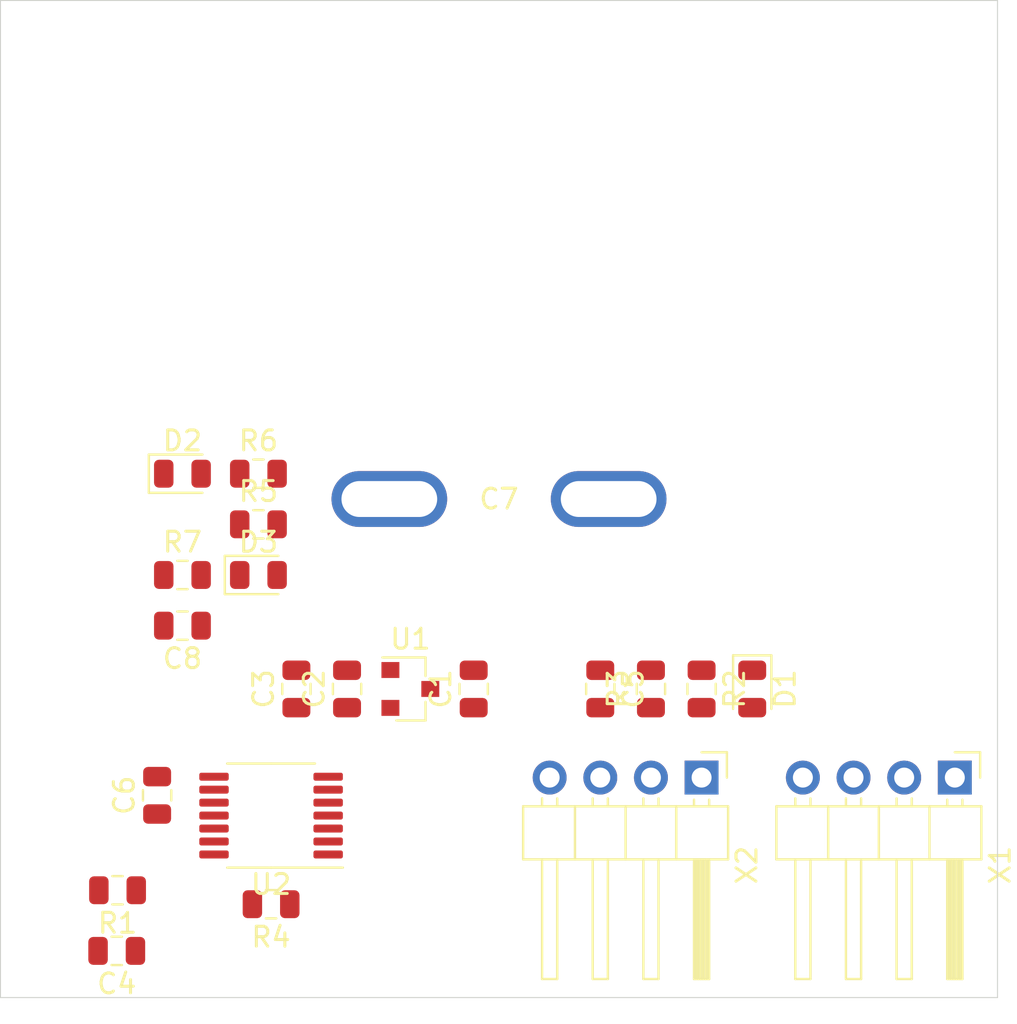
<source format=kicad_pcb>
(kicad_pcb (version 20171130) (host pcbnew "(5.1.5)-3")

  (general
    (thickness 1.6)
    (drawings 4)
    (tracks 0)
    (zones 0)
    (modules 22)
    (nets 19)
  )

  (page A4)
  (layers
    (0 F.Cu signal)
    (31 B.Cu signal)
    (32 B.Adhes user)
    (33 F.Adhes user)
    (34 B.Paste user)
    (35 F.Paste user)
    (36 B.SilkS user)
    (37 F.SilkS user)
    (38 B.Mask user)
    (39 F.Mask user)
    (40 Dwgs.User user)
    (41 Cmts.User user)
    (42 Eco1.User user)
    (43 Eco2.User user)
    (44 Edge.Cuts user)
    (45 Margin user)
    (46 B.CrtYd user)
    (47 F.CrtYd user)
    (48 B.Fab user)
    (49 F.Fab user)
  )

  (setup
    (last_trace_width 0.25)
    (trace_clearance 0.2)
    (zone_clearance 0.508)
    (zone_45_only no)
    (trace_min 0.2)
    (via_size 0.8)
    (via_drill 0.4)
    (via_min_size 0.4)
    (via_min_drill 0.3)
    (uvia_size 0.3)
    (uvia_drill 0.1)
    (uvias_allowed no)
    (uvia_min_size 0.2)
    (uvia_min_drill 0.1)
    (edge_width 0.05)
    (segment_width 0.2)
    (pcb_text_width 0.3)
    (pcb_text_size 1.5 1.5)
    (mod_edge_width 0.12)
    (mod_text_size 1 1)
    (mod_text_width 0.15)
    (pad_size 1.524 1.524)
    (pad_drill 0.762)
    (pad_to_mask_clearance 0.051)
    (solder_mask_min_width 0.25)
    (aux_axis_origin 0 0)
    (grid_origin 150 95)
    (visible_elements 7FFFFFFF)
    (pcbplotparams
      (layerselection 0x010fc_ffffffff)
      (usegerberextensions false)
      (usegerberattributes false)
      (usegerberadvancedattributes false)
      (creategerberjobfile false)
      (excludeedgelayer true)
      (linewidth 0.100000)
      (plotframeref false)
      (viasonmask false)
      (mode 1)
      (useauxorigin false)
      (hpglpennumber 1)
      (hpglpenspeed 20)
      (hpglpendiameter 15.000000)
      (psnegative false)
      (psa4output false)
      (plotreference true)
      (plotvalue true)
      (plotinvisibletext false)
      (padsonsilk false)
      (subtractmaskfromsilk false)
      (outputformat 1)
      (mirror false)
      (drillshape 1)
      (scaleselection 1)
      (outputdirectory ""))
  )

  (net 0 "")
  (net 1 GND)
  (net 2 VDD)
  (net 3 /SYS_SWCLK)
  (net 4 /SYS_SWDIO)
  (net 5 /LPUART1_TX)
  (net 6 /LPUART1_RX)
  (net 7 VDC)
  (net 8 "Net-(U2-Pad2)")
  (net 9 "Net-(U2-Pad7)")
  (net 10 "Net-(U2-Pad12)")
  (net 11 /~RST)
  (net 12 /GPIO_EXTI15)
  (net 13 "Net-(C7-Pad1)")
  (net 14 /ADC_IN7)
  (net 15 /Vext)
  (net 16 "Net-(D2-Pad2)")
  (net 17 /RCC_MCO)
  (net 18 "Net-(R4-Pad1)")

  (net_class Default "This is the default net class."
    (clearance 0.2)
    (trace_width 0.25)
    (via_dia 0.8)
    (via_drill 0.4)
    (uvia_dia 0.3)
    (uvia_drill 0.1)
    (add_net /ADC_IN7)
    (add_net /GPIO_EXTI15)
    (add_net /LPUART1_RX)
    (add_net /LPUART1_TX)
    (add_net /RCC_MCO)
    (add_net /SYS_SWCLK)
    (add_net /SYS_SWDIO)
    (add_net /Vext)
    (add_net /~RST)
    (add_net GND)
    (add_net "Net-(C7-Pad1)")
    (add_net "Net-(D2-Pad2)")
    (add_net "Net-(R4-Pad1)")
    (add_net "Net-(U2-Pad12)")
    (add_net "Net-(U2-Pad2)")
    (add_net "Net-(U2-Pad7)")
    (add_net VDC)
    (add_net VDD)
  )

  (module Resistor_SMD:R_0805_2012Metric (layer F.Cu) (tedit 5B36C52B) (tstamp 5E852A27)
    (at 134.125 98.81)
    (descr "Resistor SMD 0805 (2012 Metric), square (rectangular) end terminal, IPC_7351 nominal, (Body size source: https://docs.google.com/spreadsheets/d/1BsfQQcO9C6DZCsRaXUlFlo91Tg2WpOkGARC1WS5S8t0/edit?usp=sharing), generated with kicad-footprint-generator")
    (tags resistor)
    (path /5E85872B)
    (attr smd)
    (fp_text reference R7 (at 0 -1.65) (layer F.SilkS)
      (effects (font (size 1 1) (thickness 0.15)))
    )
    (fp_text value ? (at 0 1.65) (layer F.Fab)
      (effects (font (size 1 1) (thickness 0.15)))
    )
    (fp_text user %R (at 0 0) (layer F.Fab)
      (effects (font (size 0.5 0.5) (thickness 0.08)))
    )
    (fp_line (start 1.68 0.95) (end -1.68 0.95) (layer F.CrtYd) (width 0.05))
    (fp_line (start 1.68 -0.95) (end 1.68 0.95) (layer F.CrtYd) (width 0.05))
    (fp_line (start -1.68 -0.95) (end 1.68 -0.95) (layer F.CrtYd) (width 0.05))
    (fp_line (start -1.68 0.95) (end -1.68 -0.95) (layer F.CrtYd) (width 0.05))
    (fp_line (start -0.258578 0.71) (end 0.258578 0.71) (layer F.SilkS) (width 0.12))
    (fp_line (start -0.258578 -0.71) (end 0.258578 -0.71) (layer F.SilkS) (width 0.12))
    (fp_line (start 1 0.6) (end -1 0.6) (layer F.Fab) (width 0.1))
    (fp_line (start 1 -0.6) (end 1 0.6) (layer F.Fab) (width 0.1))
    (fp_line (start -1 -0.6) (end 1 -0.6) (layer F.Fab) (width 0.1))
    (fp_line (start -1 0.6) (end -1 -0.6) (layer F.Fab) (width 0.1))
    (pad 2 smd roundrect (at 0.9375 0) (size 0.975 1.4) (layers F.Cu F.Paste F.Mask) (roundrect_rratio 0.25)
      (net 14 /ADC_IN7))
    (pad 1 smd roundrect (at -0.9375 0) (size 0.975 1.4) (layers F.Cu F.Paste F.Mask) (roundrect_rratio 0.25)
      (net 1 GND))
    (model ${KISYS3DMOD}/Resistor_SMD.3dshapes/R_0805_2012Metric.wrl
      (at (xyz 0 0 0))
      (scale (xyz 1 1 1))
      (rotate (xyz 0 0 0))
    )
  )

  (module Resistor_SMD:R_0805_2012Metric (layer F.Cu) (tedit 5B36C52B) (tstamp 5E851F86)
    (at 137.935 93.73)
    (descr "Resistor SMD 0805 (2012 Metric), square (rectangular) end terminal, IPC_7351 nominal, (Body size source: https://docs.google.com/spreadsheets/d/1BsfQQcO9C6DZCsRaXUlFlo91Tg2WpOkGARC1WS5S8t0/edit?usp=sharing), generated with kicad-footprint-generator")
    (tags resistor)
    (path /5E857622)
    (attr smd)
    (fp_text reference R6 (at 0 -1.65) (layer F.SilkS)
      (effects (font (size 1 1) (thickness 0.15)))
    )
    (fp_text value ? (at 0 1.65) (layer F.Fab)
      (effects (font (size 1 1) (thickness 0.15)))
    )
    (fp_text user %R (at 0 0) (layer F.Fab)
      (effects (font (size 0.5 0.5) (thickness 0.08)))
    )
    (fp_line (start 1.68 0.95) (end -1.68 0.95) (layer F.CrtYd) (width 0.05))
    (fp_line (start 1.68 -0.95) (end 1.68 0.95) (layer F.CrtYd) (width 0.05))
    (fp_line (start -1.68 -0.95) (end 1.68 -0.95) (layer F.CrtYd) (width 0.05))
    (fp_line (start -1.68 0.95) (end -1.68 -0.95) (layer F.CrtYd) (width 0.05))
    (fp_line (start -0.258578 0.71) (end 0.258578 0.71) (layer F.SilkS) (width 0.12))
    (fp_line (start -0.258578 -0.71) (end 0.258578 -0.71) (layer F.SilkS) (width 0.12))
    (fp_line (start 1 0.6) (end -1 0.6) (layer F.Fab) (width 0.1))
    (fp_line (start 1 -0.6) (end 1 0.6) (layer F.Fab) (width 0.1))
    (fp_line (start -1 -0.6) (end 1 -0.6) (layer F.Fab) (width 0.1))
    (fp_line (start -1 0.6) (end -1 -0.6) (layer F.Fab) (width 0.1))
    (pad 2 smd roundrect (at 0.9375 0) (size 0.975 1.4) (layers F.Cu F.Paste F.Mask) (roundrect_rratio 0.25)
      (net 13 "Net-(C7-Pad1)"))
    (pad 1 smd roundrect (at -0.9375 0) (size 0.975 1.4) (layers F.Cu F.Paste F.Mask) (roundrect_rratio 0.25)
      (net 16 "Net-(D2-Pad2)"))
    (model ${KISYS3DMOD}/Resistor_SMD.3dshapes/R_0805_2012Metric.wrl
      (at (xyz 0 0 0))
      (scale (xyz 1 1 1))
      (rotate (xyz 0 0 0))
    )
  )

  (module Resistor_SMD:R_0805_2012Metric (layer F.Cu) (tedit 5B36C52B) (tstamp 5E851BF2)
    (at 137.935 96.27)
    (descr "Resistor SMD 0805 (2012 Metric), square (rectangular) end terminal, IPC_7351 nominal, (Body size source: https://docs.google.com/spreadsheets/d/1BsfQQcO9C6DZCsRaXUlFlo91Tg2WpOkGARC1WS5S8t0/edit?usp=sharing), generated with kicad-footprint-generator")
    (tags resistor)
    (path /5E856794)
    (attr smd)
    (fp_text reference R5 (at 0 -1.65) (layer F.SilkS)
      (effects (font (size 1 1) (thickness 0.15)))
    )
    (fp_text value ? (at 0 1.65) (layer F.Fab)
      (effects (font (size 1 1) (thickness 0.15)))
    )
    (fp_text user %R (at 0 0) (layer F.Fab)
      (effects (font (size 0.5 0.5) (thickness 0.08)))
    )
    (fp_line (start 1.68 0.95) (end -1.68 0.95) (layer F.CrtYd) (width 0.05))
    (fp_line (start 1.68 -0.95) (end 1.68 0.95) (layer F.CrtYd) (width 0.05))
    (fp_line (start -1.68 -0.95) (end 1.68 -0.95) (layer F.CrtYd) (width 0.05))
    (fp_line (start -1.68 0.95) (end -1.68 -0.95) (layer F.CrtYd) (width 0.05))
    (fp_line (start -0.258578 0.71) (end 0.258578 0.71) (layer F.SilkS) (width 0.12))
    (fp_line (start -0.258578 -0.71) (end 0.258578 -0.71) (layer F.SilkS) (width 0.12))
    (fp_line (start 1 0.6) (end -1 0.6) (layer F.Fab) (width 0.1))
    (fp_line (start 1 -0.6) (end 1 0.6) (layer F.Fab) (width 0.1))
    (fp_line (start -1 -0.6) (end 1 -0.6) (layer F.Fab) (width 0.1))
    (fp_line (start -1 0.6) (end -1 -0.6) (layer F.Fab) (width 0.1))
    (pad 2 smd roundrect (at 0.9375 0) (size 0.975 1.4) (layers F.Cu F.Paste F.Mask) (roundrect_rratio 0.25)
      (net 13 "Net-(C7-Pad1)"))
    (pad 1 smd roundrect (at -0.9375 0) (size 0.975 1.4) (layers F.Cu F.Paste F.Mask) (roundrect_rratio 0.25)
      (net 17 /RCC_MCO))
    (model ${KISYS3DMOD}/Resistor_SMD.3dshapes/R_0805_2012Metric.wrl
      (at (xyz 0 0 0))
      (scale (xyz 1 1 1))
      (rotate (xyz 0 0 0))
    )
  )

  (module Resistor_SMD:R_0805_2012Metric (layer F.Cu) (tedit 5B36C52B) (tstamp 5E851086)
    (at 138.57 115.32 180)
    (descr "Resistor SMD 0805 (2012 Metric), square (rectangular) end terminal, IPC_7351 nominal, (Body size source: https://docs.google.com/spreadsheets/d/1BsfQQcO9C6DZCsRaXUlFlo91Tg2WpOkGARC1WS5S8t0/edit?usp=sharing), generated with kicad-footprint-generator")
    (tags resistor)
    (path /5E8B3C11)
    (attr smd)
    (fp_text reference R4 (at 0 -1.65) (layer F.SilkS)
      (effects (font (size 1 1) (thickness 0.15)))
    )
    (fp_text value 0R (at 0 1.65) (layer F.Fab)
      (effects (font (size 1 1) (thickness 0.15)))
    )
    (fp_text user %R (at 0 0) (layer F.Fab)
      (effects (font (size 0.5 0.5) (thickness 0.08)))
    )
    (fp_line (start 1.68 0.95) (end -1.68 0.95) (layer F.CrtYd) (width 0.05))
    (fp_line (start 1.68 -0.95) (end 1.68 0.95) (layer F.CrtYd) (width 0.05))
    (fp_line (start -1.68 -0.95) (end 1.68 -0.95) (layer F.CrtYd) (width 0.05))
    (fp_line (start -1.68 0.95) (end -1.68 -0.95) (layer F.CrtYd) (width 0.05))
    (fp_line (start -0.258578 0.71) (end 0.258578 0.71) (layer F.SilkS) (width 0.12))
    (fp_line (start -0.258578 -0.71) (end 0.258578 -0.71) (layer F.SilkS) (width 0.12))
    (fp_line (start 1 0.6) (end -1 0.6) (layer F.Fab) (width 0.1))
    (fp_line (start 1 -0.6) (end 1 0.6) (layer F.Fab) (width 0.1))
    (fp_line (start -1 -0.6) (end 1 -0.6) (layer F.Fab) (width 0.1))
    (fp_line (start -1 0.6) (end -1 -0.6) (layer F.Fab) (width 0.1))
    (pad 2 smd roundrect (at 0.9375 0 180) (size 0.975 1.4) (layers F.Cu F.Paste F.Mask) (roundrect_rratio 0.25)
      (net 1 GND))
    (pad 1 smd roundrect (at -0.9375 0 180) (size 0.975 1.4) (layers F.Cu F.Paste F.Mask) (roundrect_rratio 0.25)
      (net 18 "Net-(R4-Pad1)"))
    (model ${KISYS3DMOD}/Resistor_SMD.3dshapes/R_0805_2012Metric.wrl
      (at (xyz 0 0 0))
      (scale (xyz 1 1 1))
      (rotate (xyz 0 0 0))
    )
  )

  (module Resistor_SMD:R_0805_2012Metric (layer F.Cu) (tedit 5B36C52B) (tstamp 5E8522C6)
    (at 157.62 104.525 90)
    (descr "Resistor SMD 0805 (2012 Metric), square (rectangular) end terminal, IPC_7351 nominal, (Body size source: https://docs.google.com/spreadsheets/d/1BsfQQcO9C6DZCsRaXUlFlo91Tg2WpOkGARC1WS5S8t0/edit?usp=sharing), generated with kicad-footprint-generator")
    (tags resistor)
    (path /5E87BE95)
    (attr smd)
    (fp_text reference R3 (at 0 -1.65 90) (layer F.SilkS)
      (effects (font (size 1 1) (thickness 0.15)))
    )
    (fp_text value ? (at 0 1.65 90) (layer F.Fab)
      (effects (font (size 1 1) (thickness 0.15)))
    )
    (fp_text user %R (at 0 0 90) (layer F.Fab)
      (effects (font (size 0.5 0.5) (thickness 0.08)))
    )
    (fp_line (start 1.68 0.95) (end -1.68 0.95) (layer F.CrtYd) (width 0.05))
    (fp_line (start 1.68 -0.95) (end 1.68 0.95) (layer F.CrtYd) (width 0.05))
    (fp_line (start -1.68 -0.95) (end 1.68 -0.95) (layer F.CrtYd) (width 0.05))
    (fp_line (start -1.68 0.95) (end -1.68 -0.95) (layer F.CrtYd) (width 0.05))
    (fp_line (start -0.258578 0.71) (end 0.258578 0.71) (layer F.SilkS) (width 0.12))
    (fp_line (start -0.258578 -0.71) (end 0.258578 -0.71) (layer F.SilkS) (width 0.12))
    (fp_line (start 1 0.6) (end -1 0.6) (layer F.Fab) (width 0.1))
    (fp_line (start 1 -0.6) (end 1 0.6) (layer F.Fab) (width 0.1))
    (fp_line (start -1 -0.6) (end 1 -0.6) (layer F.Fab) (width 0.1))
    (fp_line (start -1 0.6) (end -1 -0.6) (layer F.Fab) (width 0.1))
    (pad 2 smd roundrect (at 0.9375 0 90) (size 0.975 1.4) (layers F.Cu F.Paste F.Mask) (roundrect_rratio 0.25)
      (net 12 /GPIO_EXTI15))
    (pad 1 smd roundrect (at -0.9375 0 90) (size 0.975 1.4) (layers F.Cu F.Paste F.Mask) (roundrect_rratio 0.25)
      (net 1 GND))
    (model ${KISYS3DMOD}/Resistor_SMD.3dshapes/R_0805_2012Metric.wrl
      (at (xyz 0 0 0))
      (scale (xyz 1 1 1))
      (rotate (xyz 0 0 0))
    )
  )

  (module Resistor_SMD:R_0805_2012Metric (layer F.Cu) (tedit 5B36C52B) (tstamp 5E85232C)
    (at 160.16 104.525 270)
    (descr "Resistor SMD 0805 (2012 Metric), square (rectangular) end terminal, IPC_7351 nominal, (Body size source: https://docs.google.com/spreadsheets/d/1BsfQQcO9C6DZCsRaXUlFlo91Tg2WpOkGARC1WS5S8t0/edit?usp=sharing), generated with kicad-footprint-generator")
    (tags resistor)
    (path /5E87CA1A)
    (attr smd)
    (fp_text reference R2 (at 0 -1.65 90) (layer F.SilkS)
      (effects (font (size 1 1) (thickness 0.15)))
    )
    (fp_text value ? (at 0 1.65 90) (layer F.Fab)
      (effects (font (size 1 1) (thickness 0.15)))
    )
    (fp_text user %R (at 0 0 90) (layer F.Fab)
      (effects (font (size 0.5 0.5) (thickness 0.08)))
    )
    (fp_line (start 1.68 0.95) (end -1.68 0.95) (layer F.CrtYd) (width 0.05))
    (fp_line (start 1.68 -0.95) (end 1.68 0.95) (layer F.CrtYd) (width 0.05))
    (fp_line (start -1.68 -0.95) (end 1.68 -0.95) (layer F.CrtYd) (width 0.05))
    (fp_line (start -1.68 0.95) (end -1.68 -0.95) (layer F.CrtYd) (width 0.05))
    (fp_line (start -0.258578 0.71) (end 0.258578 0.71) (layer F.SilkS) (width 0.12))
    (fp_line (start -0.258578 -0.71) (end 0.258578 -0.71) (layer F.SilkS) (width 0.12))
    (fp_line (start 1 0.6) (end -1 0.6) (layer F.Fab) (width 0.1))
    (fp_line (start 1 -0.6) (end 1 0.6) (layer F.Fab) (width 0.1))
    (fp_line (start -1 -0.6) (end 1 -0.6) (layer F.Fab) (width 0.1))
    (fp_line (start -1 0.6) (end -1 -0.6) (layer F.Fab) (width 0.1))
    (pad 2 smd roundrect (at 0.9375 0 270) (size 0.975 1.4) (layers F.Cu F.Paste F.Mask) (roundrect_rratio 0.25)
      (net 15 /Vext))
    (pad 1 smd roundrect (at -0.9375 0 270) (size 0.975 1.4) (layers F.Cu F.Paste F.Mask) (roundrect_rratio 0.25)
      (net 12 /GPIO_EXTI15))
    (model ${KISYS3DMOD}/Resistor_SMD.3dshapes/R_0805_2012Metric.wrl
      (at (xyz 0 0 0))
      (scale (xyz 1 1 1))
      (rotate (xyz 0 0 0))
    )
  )

  (module Resistor_SMD:R_0805_2012Metric (layer F.Cu) (tedit 5B36C52B) (tstamp 5E851053)
    (at 130.87 114.62 180)
    (descr "Resistor SMD 0805 (2012 Metric), square (rectangular) end terminal, IPC_7351 nominal, (Body size source: https://docs.google.com/spreadsheets/d/1BsfQQcO9C6DZCsRaXUlFlo91Tg2WpOkGARC1WS5S8t0/edit?usp=sharing), generated with kicad-footprint-generator")
    (tags resistor)
    (path /5E8A7BB0)
    (attr smd)
    (fp_text reference R1 (at 0 -1.65) (layer F.SilkS)
      (effects (font (size 1 1) (thickness 0.15)))
    )
    (fp_text value 100K (at 0 1.65) (layer F.Fab)
      (effects (font (size 1 1) (thickness 0.15)))
    )
    (fp_text user %R (at 0 0) (layer F.Fab)
      (effects (font (size 0.5 0.5) (thickness 0.08)))
    )
    (fp_line (start 1.68 0.95) (end -1.68 0.95) (layer F.CrtYd) (width 0.05))
    (fp_line (start 1.68 -0.95) (end 1.68 0.95) (layer F.CrtYd) (width 0.05))
    (fp_line (start -1.68 -0.95) (end 1.68 -0.95) (layer F.CrtYd) (width 0.05))
    (fp_line (start -1.68 0.95) (end -1.68 -0.95) (layer F.CrtYd) (width 0.05))
    (fp_line (start -0.258578 0.71) (end 0.258578 0.71) (layer F.SilkS) (width 0.12))
    (fp_line (start -0.258578 -0.71) (end 0.258578 -0.71) (layer F.SilkS) (width 0.12))
    (fp_line (start 1 0.6) (end -1 0.6) (layer F.Fab) (width 0.1))
    (fp_line (start 1 -0.6) (end 1 0.6) (layer F.Fab) (width 0.1))
    (fp_line (start -1 -0.6) (end 1 -0.6) (layer F.Fab) (width 0.1))
    (fp_line (start -1 0.6) (end -1 -0.6) (layer F.Fab) (width 0.1))
    (pad 2 smd roundrect (at 0.9375 0 180) (size 0.975 1.4) (layers F.Cu F.Paste F.Mask) (roundrect_rratio 0.25)
      (net 2 VDD))
    (pad 1 smd roundrect (at -0.9375 0 180) (size 0.975 1.4) (layers F.Cu F.Paste F.Mask) (roundrect_rratio 0.25)
      (net 11 /~RST))
    (model ${KISYS3DMOD}/Resistor_SMD.3dshapes/R_0805_2012Metric.wrl
      (at (xyz 0 0 0))
      (scale (xyz 1 1 1))
      (rotate (xyz 0 0 0))
    )
  )

  (module Diode_SMD:D_0805_2012Metric (layer F.Cu) (tedit 5B36C52B) (tstamp 5E8529F3)
    (at 137.935 98.81)
    (descr "Diode SMD 0805 (2012 Metric), square (rectangular) end terminal, IPC_7351 nominal, (Body size source: https://docs.google.com/spreadsheets/d/1BsfQQcO9C6DZCsRaXUlFlo91Tg2WpOkGARC1WS5S8t0/edit?usp=sharing), generated with kicad-footprint-generator")
    (tags diode)
    (path /5E85FB21)
    (attr smd)
    (fp_text reference D3 (at 0 -1.65) (layer F.SilkS)
      (effects (font (size 1 1) (thickness 0.15)))
    )
    (fp_text value TS4148RYG (at 0 1.65) (layer F.Fab)
      (effects (font (size 1 1) (thickness 0.15)))
    )
    (fp_text user %R (at 0 0) (layer F.Fab)
      (effects (font (size 0.5 0.5) (thickness 0.08)))
    )
    (fp_line (start 1.68 0.95) (end -1.68 0.95) (layer F.CrtYd) (width 0.05))
    (fp_line (start 1.68 -0.95) (end 1.68 0.95) (layer F.CrtYd) (width 0.05))
    (fp_line (start -1.68 -0.95) (end 1.68 -0.95) (layer F.CrtYd) (width 0.05))
    (fp_line (start -1.68 0.95) (end -1.68 -0.95) (layer F.CrtYd) (width 0.05))
    (fp_line (start -1.685 0.96) (end 1 0.96) (layer F.SilkS) (width 0.12))
    (fp_line (start -1.685 -0.96) (end -1.685 0.96) (layer F.SilkS) (width 0.12))
    (fp_line (start 1 -0.96) (end -1.685 -0.96) (layer F.SilkS) (width 0.12))
    (fp_line (start 1 0.6) (end 1 -0.6) (layer F.Fab) (width 0.1))
    (fp_line (start -1 0.6) (end 1 0.6) (layer F.Fab) (width 0.1))
    (fp_line (start -1 -0.3) (end -1 0.6) (layer F.Fab) (width 0.1))
    (fp_line (start -0.7 -0.6) (end -1 -0.3) (layer F.Fab) (width 0.1))
    (fp_line (start 1 -0.6) (end -0.7 -0.6) (layer F.Fab) (width 0.1))
    (pad 2 smd roundrect (at 0.9375 0) (size 0.975 1.4) (layers F.Cu F.Paste F.Mask) (roundrect_rratio 0.25)
      (net 13 "Net-(C7-Pad1)"))
    (pad 1 smd roundrect (at -0.9375 0) (size 0.975 1.4) (layers F.Cu F.Paste F.Mask) (roundrect_rratio 0.25)
      (net 14 /ADC_IN7))
    (model ${KISYS3DMOD}/Diode_SMD.3dshapes/D_0805_2012Metric.wrl
      (at (xyz 0 0 0))
      (scale (xyz 1 1 1))
      (rotate (xyz 0 0 0))
    )
  )

  (module Diode_SMD:D_0805_2012Metric (layer F.Cu) (tedit 5B36C52B) (tstamp 5E85102F)
    (at 134.125 93.73)
    (descr "Diode SMD 0805 (2012 Metric), square (rectangular) end terminal, IPC_7351 nominal, (Body size source: https://docs.google.com/spreadsheets/d/1BsfQQcO9C6DZCsRaXUlFlo91Tg2WpOkGARC1WS5S8t0/edit?usp=sharing), generated with kicad-footprint-generator")
    (tags diode)
    (path /5E860C7B)
    (attr smd)
    (fp_text reference D2 (at 0 -1.65) (layer F.SilkS)
      (effects (font (size 1 1) (thickness 0.15)))
    )
    (fp_text value TS4148RYG (at 0 1.65) (layer F.Fab)
      (effects (font (size 1 1) (thickness 0.15)))
    )
    (fp_text user %R (at 0 0) (layer F.Fab)
      (effects (font (size 0.5 0.5) (thickness 0.08)))
    )
    (fp_line (start 1.68 0.95) (end -1.68 0.95) (layer F.CrtYd) (width 0.05))
    (fp_line (start 1.68 -0.95) (end 1.68 0.95) (layer F.CrtYd) (width 0.05))
    (fp_line (start -1.68 -0.95) (end 1.68 -0.95) (layer F.CrtYd) (width 0.05))
    (fp_line (start -1.68 0.95) (end -1.68 -0.95) (layer F.CrtYd) (width 0.05))
    (fp_line (start -1.685 0.96) (end 1 0.96) (layer F.SilkS) (width 0.12))
    (fp_line (start -1.685 -0.96) (end -1.685 0.96) (layer F.SilkS) (width 0.12))
    (fp_line (start 1 -0.96) (end -1.685 -0.96) (layer F.SilkS) (width 0.12))
    (fp_line (start 1 0.6) (end 1 -0.6) (layer F.Fab) (width 0.1))
    (fp_line (start -1 0.6) (end 1 0.6) (layer F.Fab) (width 0.1))
    (fp_line (start -1 -0.3) (end -1 0.6) (layer F.Fab) (width 0.1))
    (fp_line (start -0.7 -0.6) (end -1 -0.3) (layer F.Fab) (width 0.1))
    (fp_line (start 1 -0.6) (end -0.7 -0.6) (layer F.Fab) (width 0.1))
    (pad 2 smd roundrect (at 0.9375 0) (size 0.975 1.4) (layers F.Cu F.Paste F.Mask) (roundrect_rratio 0.25)
      (net 16 "Net-(D2-Pad2)"))
    (pad 1 smd roundrect (at -0.9375 0) (size 0.975 1.4) (layers F.Cu F.Paste F.Mask) (roundrect_rratio 0.25)
      (net 17 /RCC_MCO))
    (model ${KISYS3DMOD}/Diode_SMD.3dshapes/D_0805_2012Metric.wrl
      (at (xyz 0 0 0))
      (scale (xyz 1 1 1))
      (rotate (xyz 0 0 0))
    )
  )

  (module Diode_SMD:D_0805_2012Metric (layer F.Cu) (tedit 5B36C52B) (tstamp 5E8522F8)
    (at 162.7 104.525 270)
    (descr "Diode SMD 0805 (2012 Metric), square (rectangular) end terminal, IPC_7351 nominal, (Body size source: https://docs.google.com/spreadsheets/d/1BsfQQcO9C6DZCsRaXUlFlo91Tg2WpOkGARC1WS5S8t0/edit?usp=sharing), generated with kicad-footprint-generator")
    (tags diode)
    (path /5E85F141)
    (attr smd)
    (fp_text reference D1 (at 0 -1.65 90) (layer F.SilkS)
      (effects (font (size 1 1) (thickness 0.15)))
    )
    (fp_text value TS4148RYG (at 0 1.65 90) (layer F.Fab)
      (effects (font (size 1 1) (thickness 0.15)))
    )
    (fp_text user %R (at 0 0 90) (layer F.Fab)
      (effects (font (size 0.5 0.5) (thickness 0.08)))
    )
    (fp_line (start 1.68 0.95) (end -1.68 0.95) (layer F.CrtYd) (width 0.05))
    (fp_line (start 1.68 -0.95) (end 1.68 0.95) (layer F.CrtYd) (width 0.05))
    (fp_line (start -1.68 -0.95) (end 1.68 -0.95) (layer F.CrtYd) (width 0.05))
    (fp_line (start -1.68 0.95) (end -1.68 -0.95) (layer F.CrtYd) (width 0.05))
    (fp_line (start -1.685 0.96) (end 1 0.96) (layer F.SilkS) (width 0.12))
    (fp_line (start -1.685 -0.96) (end -1.685 0.96) (layer F.SilkS) (width 0.12))
    (fp_line (start 1 -0.96) (end -1.685 -0.96) (layer F.SilkS) (width 0.12))
    (fp_line (start 1 0.6) (end 1 -0.6) (layer F.Fab) (width 0.1))
    (fp_line (start -1 0.6) (end 1 0.6) (layer F.Fab) (width 0.1))
    (fp_line (start -1 -0.3) (end -1 0.6) (layer F.Fab) (width 0.1))
    (fp_line (start -0.7 -0.6) (end -1 -0.3) (layer F.Fab) (width 0.1))
    (fp_line (start 1 -0.6) (end -0.7 -0.6) (layer F.Fab) (width 0.1))
    (pad 2 smd roundrect (at 0.9375 0 270) (size 0.975 1.4) (layers F.Cu F.Paste F.Mask) (roundrect_rratio 0.25)
      (net 15 /Vext))
    (pad 1 smd roundrect (at -0.9375 0 270) (size 0.975 1.4) (layers F.Cu F.Paste F.Mask) (roundrect_rratio 0.25)
      (net 7 VDC))
    (model ${KISYS3DMOD}/Diode_SMD.3dshapes/D_0805_2012Metric.wrl
      (at (xyz 0 0 0))
      (scale (xyz 1 1 1))
      (rotate (xyz 0 0 0))
    )
  )

  (module Capacitor_SMD:C_0805_2012Metric (layer F.Cu) (tedit 5B36C52B) (tstamp 5E852A57)
    (at 134.125 101.35 180)
    (descr "Capacitor SMD 0805 (2012 Metric), square (rectangular) end terminal, IPC_7351 nominal, (Body size source: https://docs.google.com/spreadsheets/d/1BsfQQcO9C6DZCsRaXUlFlo91Tg2WpOkGARC1WS5S8t0/edit?usp=sharing), generated with kicad-footprint-generator")
    (tags capacitor)
    (path /5E85568F)
    (attr smd)
    (fp_text reference C8 (at 0 -1.65) (layer F.SilkS)
      (effects (font (size 1 1) (thickness 0.15)))
    )
    (fp_text value 10u_16V (at 0 1.65) (layer F.Fab)
      (effects (font (size 1 1) (thickness 0.15)))
    )
    (fp_text user %R (at 0 0) (layer F.Fab)
      (effects (font (size 0.5 0.5) (thickness 0.08)))
    )
    (fp_line (start 1.68 0.95) (end -1.68 0.95) (layer F.CrtYd) (width 0.05))
    (fp_line (start 1.68 -0.95) (end 1.68 0.95) (layer F.CrtYd) (width 0.05))
    (fp_line (start -1.68 -0.95) (end 1.68 -0.95) (layer F.CrtYd) (width 0.05))
    (fp_line (start -1.68 0.95) (end -1.68 -0.95) (layer F.CrtYd) (width 0.05))
    (fp_line (start -0.258578 0.71) (end 0.258578 0.71) (layer F.SilkS) (width 0.12))
    (fp_line (start -0.258578 -0.71) (end 0.258578 -0.71) (layer F.SilkS) (width 0.12))
    (fp_line (start 1 0.6) (end -1 0.6) (layer F.Fab) (width 0.1))
    (fp_line (start 1 -0.6) (end 1 0.6) (layer F.Fab) (width 0.1))
    (fp_line (start -1 -0.6) (end 1 -0.6) (layer F.Fab) (width 0.1))
    (fp_line (start -1 0.6) (end -1 -0.6) (layer F.Fab) (width 0.1))
    (pad 2 smd roundrect (at 0.9375 0 180) (size 0.975 1.4) (layers F.Cu F.Paste F.Mask) (roundrect_rratio 0.25)
      (net 1 GND))
    (pad 1 smd roundrect (at -0.9375 0 180) (size 0.975 1.4) (layers F.Cu F.Paste F.Mask) (roundrect_rratio 0.25)
      (net 14 /ADC_IN7))
    (model ${KISYS3DMOD}/Capacitor_SMD.3dshapes/C_0805_2012Metric.wrl
      (at (xyz 0 0 0))
      (scale (xyz 1 1 1))
      (rotate (xyz 0 0 0))
    )
  )

  (module Capacitor_SMD:C_0805_2012Metric (layer F.Cu) (tedit 5B36C52B) (tstamp 5E850FE3)
    (at 155.08 104.525 270)
    (descr "Capacitor SMD 0805 (2012 Metric), square (rectangular) end terminal, IPC_7351 nominal, (Body size source: https://docs.google.com/spreadsheets/d/1BsfQQcO9C6DZCsRaXUlFlo91Tg2WpOkGARC1WS5S8t0/edit?usp=sharing), generated with kicad-footprint-generator")
    (tags capacitor)
    (path /5E8C3075)
    (attr smd)
    (fp_text reference C5 (at 0 -1.65 90) (layer F.SilkS)
      (effects (font (size 1 1) (thickness 0.15)))
    )
    (fp_text value 100n_50V (at 0 1.65 90) (layer F.Fab)
      (effects (font (size 1 1) (thickness 0.15)))
    )
    (fp_text user %R (at 0 0 90) (layer F.Fab)
      (effects (font (size 0.5 0.5) (thickness 0.08)))
    )
    (fp_line (start 1.68 0.95) (end -1.68 0.95) (layer F.CrtYd) (width 0.05))
    (fp_line (start 1.68 -0.95) (end 1.68 0.95) (layer F.CrtYd) (width 0.05))
    (fp_line (start -1.68 -0.95) (end 1.68 -0.95) (layer F.CrtYd) (width 0.05))
    (fp_line (start -1.68 0.95) (end -1.68 -0.95) (layer F.CrtYd) (width 0.05))
    (fp_line (start -0.258578 0.71) (end 0.258578 0.71) (layer F.SilkS) (width 0.12))
    (fp_line (start -0.258578 -0.71) (end 0.258578 -0.71) (layer F.SilkS) (width 0.12))
    (fp_line (start 1 0.6) (end -1 0.6) (layer F.Fab) (width 0.1))
    (fp_line (start 1 -0.6) (end 1 0.6) (layer F.Fab) (width 0.1))
    (fp_line (start -1 -0.6) (end 1 -0.6) (layer F.Fab) (width 0.1))
    (fp_line (start -1 0.6) (end -1 -0.6) (layer F.Fab) (width 0.1))
    (pad 2 smd roundrect (at 0.9375 0 270) (size 0.975 1.4) (layers F.Cu F.Paste F.Mask) (roundrect_rratio 0.25)
      (net 1 GND))
    (pad 1 smd roundrect (at -0.9375 0 270) (size 0.975 1.4) (layers F.Cu F.Paste F.Mask) (roundrect_rratio 0.25)
      (net 12 /GPIO_EXTI15))
    (model ${KISYS3DMOD}/Capacitor_SMD.3dshapes/C_0805_2012Metric.wrl
      (at (xyz 0 0 0))
      (scale (xyz 1 1 1))
      (rotate (xyz 0 0 0))
    )
  )

  (module Capacitor_SMD:C_0805_2012Metric (layer F.Cu) (tedit 5B36C52B) (tstamp 5E850FD2)
    (at 130.83 117.66 180)
    (descr "Capacitor SMD 0805 (2012 Metric), square (rectangular) end terminal, IPC_7351 nominal, (Body size source: https://docs.google.com/spreadsheets/d/1BsfQQcO9C6DZCsRaXUlFlo91Tg2WpOkGARC1WS5S8t0/edit?usp=sharing), generated with kicad-footprint-generator")
    (tags capacitor)
    (path /5E8974D9)
    (attr smd)
    (fp_text reference C4 (at 0 -1.65) (layer F.SilkS)
      (effects (font (size 1 1) (thickness 0.15)))
    )
    (fp_text value 100n_50V (at 0 1.65) (layer F.Fab)
      (effects (font (size 1 1) (thickness 0.15)))
    )
    (fp_text user %R (at 0 0) (layer F.Fab)
      (effects (font (size 0.5 0.5) (thickness 0.08)))
    )
    (fp_line (start 1.68 0.95) (end -1.68 0.95) (layer F.CrtYd) (width 0.05))
    (fp_line (start 1.68 -0.95) (end 1.68 0.95) (layer F.CrtYd) (width 0.05))
    (fp_line (start -1.68 -0.95) (end 1.68 -0.95) (layer F.CrtYd) (width 0.05))
    (fp_line (start -1.68 0.95) (end -1.68 -0.95) (layer F.CrtYd) (width 0.05))
    (fp_line (start -0.258578 0.71) (end 0.258578 0.71) (layer F.SilkS) (width 0.12))
    (fp_line (start -0.258578 -0.71) (end 0.258578 -0.71) (layer F.SilkS) (width 0.12))
    (fp_line (start 1 0.6) (end -1 0.6) (layer F.Fab) (width 0.1))
    (fp_line (start 1 -0.6) (end 1 0.6) (layer F.Fab) (width 0.1))
    (fp_line (start -1 -0.6) (end 1 -0.6) (layer F.Fab) (width 0.1))
    (fp_line (start -1 0.6) (end -1 -0.6) (layer F.Fab) (width 0.1))
    (pad 2 smd roundrect (at 0.9375 0 180) (size 0.975 1.4) (layers F.Cu F.Paste F.Mask) (roundrect_rratio 0.25)
      (net 11 /~RST))
    (pad 1 smd roundrect (at -0.9375 0 180) (size 0.975 1.4) (layers F.Cu F.Paste F.Mask) (roundrect_rratio 0.25)
      (net 1 GND))
    (model ${KISYS3DMOD}/Capacitor_SMD.3dshapes/C_0805_2012Metric.wrl
      (at (xyz 0 0 0))
      (scale (xyz 1 1 1))
      (rotate (xyz 0 0 0))
    )
  )

  (module Capacitor_SMD:C_0805_2012Metric (layer F.Cu) (tedit 5B36C52B) (tstamp 5E850FC1)
    (at 139.84 104.525 90)
    (descr "Capacitor SMD 0805 (2012 Metric), square (rectangular) end terminal, IPC_7351 nominal, (Body size source: https://docs.google.com/spreadsheets/d/1BsfQQcO9C6DZCsRaXUlFlo91Tg2WpOkGARC1WS5S8t0/edit?usp=sharing), generated with kicad-footprint-generator")
    (tags capacitor)
    (path /5E863A04)
    (attr smd)
    (fp_text reference C3 (at 0 -1.65 90) (layer F.SilkS)
      (effects (font (size 1 1) (thickness 0.15)))
    )
    (fp_text value 100n_50V (at 0 1.65 90) (layer F.Fab)
      (effects (font (size 1 1) (thickness 0.15)))
    )
    (fp_text user %R (at 0 0 90) (layer F.Fab)
      (effects (font (size 0.5 0.5) (thickness 0.08)))
    )
    (fp_line (start 1.68 0.95) (end -1.68 0.95) (layer F.CrtYd) (width 0.05))
    (fp_line (start 1.68 -0.95) (end 1.68 0.95) (layer F.CrtYd) (width 0.05))
    (fp_line (start -1.68 -0.95) (end 1.68 -0.95) (layer F.CrtYd) (width 0.05))
    (fp_line (start -1.68 0.95) (end -1.68 -0.95) (layer F.CrtYd) (width 0.05))
    (fp_line (start -0.258578 0.71) (end 0.258578 0.71) (layer F.SilkS) (width 0.12))
    (fp_line (start -0.258578 -0.71) (end 0.258578 -0.71) (layer F.SilkS) (width 0.12))
    (fp_line (start 1 0.6) (end -1 0.6) (layer F.Fab) (width 0.1))
    (fp_line (start 1 -0.6) (end 1 0.6) (layer F.Fab) (width 0.1))
    (fp_line (start -1 -0.6) (end 1 -0.6) (layer F.Fab) (width 0.1))
    (fp_line (start -1 0.6) (end -1 -0.6) (layer F.Fab) (width 0.1))
    (pad 2 smd roundrect (at 0.9375 0 90) (size 0.975 1.4) (layers F.Cu F.Paste F.Mask) (roundrect_rratio 0.25)
      (net 1 GND))
    (pad 1 smd roundrect (at -0.9375 0 90) (size 0.975 1.4) (layers F.Cu F.Paste F.Mask) (roundrect_rratio 0.25)
      (net 2 VDD))
    (model ${KISYS3DMOD}/Capacitor_SMD.3dshapes/C_0805_2012Metric.wrl
      (at (xyz 0 0 0))
      (scale (xyz 1 1 1))
      (rotate (xyz 0 0 0))
    )
  )

  (module Package_TO_SOT_SMD:SOT-23 (layer F.Cu) (tedit 5A02FF57) (tstamp 5E83D6A3)
    (at 145.555 104.525)
    (descr "SOT-23, Standard")
    (tags SOT-23)
    (path /5E85204B)
    (attr smd)
    (fp_text reference U1 (at 0 -2.5) (layer F.SilkS)
      (effects (font (size 1 1) (thickness 0.15)))
    )
    (fp_text value MCP1703A-3302 (at 0 2.5) (layer F.Fab)
      (effects (font (size 1 1) (thickness 0.15)))
    )
    (fp_line (start 0.76 1.58) (end -0.7 1.58) (layer F.SilkS) (width 0.12))
    (fp_line (start 0.76 -1.58) (end -1.4 -1.58) (layer F.SilkS) (width 0.12))
    (fp_line (start -1.7 1.75) (end -1.7 -1.75) (layer F.CrtYd) (width 0.05))
    (fp_line (start 1.7 1.75) (end -1.7 1.75) (layer F.CrtYd) (width 0.05))
    (fp_line (start 1.7 -1.75) (end 1.7 1.75) (layer F.CrtYd) (width 0.05))
    (fp_line (start -1.7 -1.75) (end 1.7 -1.75) (layer F.CrtYd) (width 0.05))
    (fp_line (start 0.76 -1.58) (end 0.76 -0.65) (layer F.SilkS) (width 0.12))
    (fp_line (start 0.76 1.58) (end 0.76 0.65) (layer F.SilkS) (width 0.12))
    (fp_line (start -0.7 1.52) (end 0.7 1.52) (layer F.Fab) (width 0.1))
    (fp_line (start 0.7 -1.52) (end 0.7 1.52) (layer F.Fab) (width 0.1))
    (fp_line (start -0.7 -0.95) (end -0.15 -1.52) (layer F.Fab) (width 0.1))
    (fp_line (start -0.15 -1.52) (end 0.7 -1.52) (layer F.Fab) (width 0.1))
    (fp_line (start -0.7 -0.95) (end -0.7 1.5) (layer F.Fab) (width 0.1))
    (fp_text user %R (at 0 0 90) (layer F.Fab)
      (effects (font (size 0.5 0.5) (thickness 0.075)))
    )
    (pad 3 smd rect (at 1 0) (size 0.9 0.8) (layers F.Cu F.Paste F.Mask)
      (net 7 VDC))
    (pad 2 smd rect (at -1 0.95) (size 0.9 0.8) (layers F.Cu F.Paste F.Mask)
      (net 2 VDD))
    (pad 1 smd rect (at -1 -0.95) (size 0.9 0.8) (layers F.Cu F.Paste F.Mask)
      (net 1 GND))
    (model ${KISYS3DMOD}/Package_TO_SOT_SMD.3dshapes/SOT-23.wrl
      (at (xyz 0 0 0))
      (scale (xyz 1 1 1))
      (rotate (xyz 0 0 0))
    )
  )

  (module Capacitor_SMD:C_0805_2012Metric (layer F.Cu) (tedit 5B36C52B) (tstamp 5E83D64B)
    (at 142.38 104.525 90)
    (descr "Capacitor SMD 0805 (2012 Metric), square (rectangular) end terminal, IPC_7351 nominal, (Body size source: https://docs.google.com/spreadsheets/d/1BsfQQcO9C6DZCsRaXUlFlo91Tg2WpOkGARC1WS5S8t0/edit?usp=sharing), generated with kicad-footprint-generator")
    (tags capacitor)
    (path /5E856D50)
    (attr smd)
    (fp_text reference C2 (at 0 -1.65 90) (layer F.SilkS)
      (effects (font (size 1 1) (thickness 0.15)))
    )
    (fp_text value 10u_16V (at 0 1.65 90) (layer F.Fab)
      (effects (font (size 1 1) (thickness 0.15)))
    )
    (fp_text user %R (at 0 0 90) (layer F.Fab)
      (effects (font (size 0.5 0.5) (thickness 0.08)))
    )
    (fp_line (start 1.68 0.95) (end -1.68 0.95) (layer F.CrtYd) (width 0.05))
    (fp_line (start 1.68 -0.95) (end 1.68 0.95) (layer F.CrtYd) (width 0.05))
    (fp_line (start -1.68 -0.95) (end 1.68 -0.95) (layer F.CrtYd) (width 0.05))
    (fp_line (start -1.68 0.95) (end -1.68 -0.95) (layer F.CrtYd) (width 0.05))
    (fp_line (start -0.258578 0.71) (end 0.258578 0.71) (layer F.SilkS) (width 0.12))
    (fp_line (start -0.258578 -0.71) (end 0.258578 -0.71) (layer F.SilkS) (width 0.12))
    (fp_line (start 1 0.6) (end -1 0.6) (layer F.Fab) (width 0.1))
    (fp_line (start 1 -0.6) (end 1 0.6) (layer F.Fab) (width 0.1))
    (fp_line (start -1 -0.6) (end 1 -0.6) (layer F.Fab) (width 0.1))
    (fp_line (start -1 0.6) (end -1 -0.6) (layer F.Fab) (width 0.1))
    (pad 2 smd roundrect (at 0.9375 0 90) (size 0.975 1.4) (layers F.Cu F.Paste F.Mask) (roundrect_rratio 0.25)
      (net 1 GND))
    (pad 1 smd roundrect (at -0.9375 0 90) (size 0.975 1.4) (layers F.Cu F.Paste F.Mask) (roundrect_rratio 0.25)
      (net 2 VDD))
    (model ${KISYS3DMOD}/Capacitor_SMD.3dshapes/C_0805_2012Metric.wrl
      (at (xyz 0 0 0))
      (scale (xyz 1 1 1))
      (rotate (xyz 0 0 0))
    )
  )

  (module Capacitor_SMD:C_0805_2012Metric (layer F.Cu) (tedit 5B36C52B) (tstamp 5E83D63A)
    (at 148.73 104.525 90)
    (descr "Capacitor SMD 0805 (2012 Metric), square (rectangular) end terminal, IPC_7351 nominal, (Body size source: https://docs.google.com/spreadsheets/d/1BsfQQcO9C6DZCsRaXUlFlo91Tg2WpOkGARC1WS5S8t0/edit?usp=sharing), generated with kicad-footprint-generator")
    (tags capacitor)
    (path /5E856531)
    (attr smd)
    (fp_text reference C1 (at 0 -1.65 90) (layer F.SilkS)
      (effects (font (size 1 1) (thickness 0.15)))
    )
    (fp_text value 10u_16V (at 0 1.65 90) (layer F.Fab)
      (effects (font (size 1 1) (thickness 0.15)))
    )
    (fp_text user %R (at 0 0 90) (layer F.Fab)
      (effects (font (size 0.5 0.5) (thickness 0.08)))
    )
    (fp_line (start 1.68 0.95) (end -1.68 0.95) (layer F.CrtYd) (width 0.05))
    (fp_line (start 1.68 -0.95) (end 1.68 0.95) (layer F.CrtYd) (width 0.05))
    (fp_line (start -1.68 -0.95) (end 1.68 -0.95) (layer F.CrtYd) (width 0.05))
    (fp_line (start -1.68 0.95) (end -1.68 -0.95) (layer F.CrtYd) (width 0.05))
    (fp_line (start -0.258578 0.71) (end 0.258578 0.71) (layer F.SilkS) (width 0.12))
    (fp_line (start -0.258578 -0.71) (end 0.258578 -0.71) (layer F.SilkS) (width 0.12))
    (fp_line (start 1 0.6) (end -1 0.6) (layer F.Fab) (width 0.1))
    (fp_line (start 1 -0.6) (end 1 0.6) (layer F.Fab) (width 0.1))
    (fp_line (start -1 -0.6) (end 1 -0.6) (layer F.Fab) (width 0.1))
    (fp_line (start -1 0.6) (end -1 -0.6) (layer F.Fab) (width 0.1))
    (pad 2 smd roundrect (at 0.9375 0 90) (size 0.975 1.4) (layers F.Cu F.Paste F.Mask) (roundrect_rratio 0.25)
      (net 1 GND))
    (pad 1 smd roundrect (at -0.9375 0 90) (size 0.975 1.4) (layers F.Cu F.Paste F.Mask) (roundrect_rratio 0.25)
      (net 7 VDC))
    (model ${KISYS3DMOD}/Capacitor_SMD.3dshapes/C_0805_2012Metric.wrl
      (at (xyz 0 0 0))
      (scale (xyz 1 1 1))
      (rotate (xyz 0 0 0))
    )
  )

  (module Connector_PinHeader_2.54mm:PinHeader_1x04_P2.54mm_Horizontal (layer F.Cu) (tedit 59FED5CB) (tstamp 5E8523C8)
    (at 160.16 108.97 270)
    (descr "Through hole angled pin header, 1x04, 2.54mm pitch, 6mm pin length, single row")
    (tags "Through hole angled pin header THT 1x04 2.54mm single row")
    (path /5E840B16)
    (fp_text reference X2 (at 4.385 -2.27 90) (layer F.SilkS)
      (effects (font (size 1 1) (thickness 0.15)))
    )
    (fp_text value 01x04_P2.54mm_Hor (at 4.385 9.89 90) (layer F.Fab)
      (effects (font (size 1 1) (thickness 0.15)))
    )
    (fp_text user %R (at 2.77 3.81) (layer F.Fab)
      (effects (font (size 1 1) (thickness 0.15)))
    )
    (fp_line (start 10.55 -1.8) (end -1.8 -1.8) (layer F.CrtYd) (width 0.05))
    (fp_line (start 10.55 9.4) (end 10.55 -1.8) (layer F.CrtYd) (width 0.05))
    (fp_line (start -1.8 9.4) (end 10.55 9.4) (layer F.CrtYd) (width 0.05))
    (fp_line (start -1.8 -1.8) (end -1.8 9.4) (layer F.CrtYd) (width 0.05))
    (fp_line (start -1.27 -1.27) (end 0 -1.27) (layer F.SilkS) (width 0.12))
    (fp_line (start -1.27 0) (end -1.27 -1.27) (layer F.SilkS) (width 0.12))
    (fp_line (start 1.042929 8) (end 1.44 8) (layer F.SilkS) (width 0.12))
    (fp_line (start 1.042929 7.24) (end 1.44 7.24) (layer F.SilkS) (width 0.12))
    (fp_line (start 10.1 8) (end 4.1 8) (layer F.SilkS) (width 0.12))
    (fp_line (start 10.1 7.24) (end 10.1 8) (layer F.SilkS) (width 0.12))
    (fp_line (start 4.1 7.24) (end 10.1 7.24) (layer F.SilkS) (width 0.12))
    (fp_line (start 1.44 6.35) (end 4.1 6.35) (layer F.SilkS) (width 0.12))
    (fp_line (start 1.042929 5.46) (end 1.44 5.46) (layer F.SilkS) (width 0.12))
    (fp_line (start 1.042929 4.7) (end 1.44 4.7) (layer F.SilkS) (width 0.12))
    (fp_line (start 10.1 5.46) (end 4.1 5.46) (layer F.SilkS) (width 0.12))
    (fp_line (start 10.1 4.7) (end 10.1 5.46) (layer F.SilkS) (width 0.12))
    (fp_line (start 4.1 4.7) (end 10.1 4.7) (layer F.SilkS) (width 0.12))
    (fp_line (start 1.44 3.81) (end 4.1 3.81) (layer F.SilkS) (width 0.12))
    (fp_line (start 1.042929 2.92) (end 1.44 2.92) (layer F.SilkS) (width 0.12))
    (fp_line (start 1.042929 2.16) (end 1.44 2.16) (layer F.SilkS) (width 0.12))
    (fp_line (start 10.1 2.92) (end 4.1 2.92) (layer F.SilkS) (width 0.12))
    (fp_line (start 10.1 2.16) (end 10.1 2.92) (layer F.SilkS) (width 0.12))
    (fp_line (start 4.1 2.16) (end 10.1 2.16) (layer F.SilkS) (width 0.12))
    (fp_line (start 1.44 1.27) (end 4.1 1.27) (layer F.SilkS) (width 0.12))
    (fp_line (start 1.11 0.38) (end 1.44 0.38) (layer F.SilkS) (width 0.12))
    (fp_line (start 1.11 -0.38) (end 1.44 -0.38) (layer F.SilkS) (width 0.12))
    (fp_line (start 4.1 0.28) (end 10.1 0.28) (layer F.SilkS) (width 0.12))
    (fp_line (start 4.1 0.16) (end 10.1 0.16) (layer F.SilkS) (width 0.12))
    (fp_line (start 4.1 0.04) (end 10.1 0.04) (layer F.SilkS) (width 0.12))
    (fp_line (start 4.1 -0.08) (end 10.1 -0.08) (layer F.SilkS) (width 0.12))
    (fp_line (start 4.1 -0.2) (end 10.1 -0.2) (layer F.SilkS) (width 0.12))
    (fp_line (start 4.1 -0.32) (end 10.1 -0.32) (layer F.SilkS) (width 0.12))
    (fp_line (start 10.1 0.38) (end 4.1 0.38) (layer F.SilkS) (width 0.12))
    (fp_line (start 10.1 -0.38) (end 10.1 0.38) (layer F.SilkS) (width 0.12))
    (fp_line (start 4.1 -0.38) (end 10.1 -0.38) (layer F.SilkS) (width 0.12))
    (fp_line (start 4.1 -1.33) (end 1.44 -1.33) (layer F.SilkS) (width 0.12))
    (fp_line (start 4.1 8.95) (end 4.1 -1.33) (layer F.SilkS) (width 0.12))
    (fp_line (start 1.44 8.95) (end 4.1 8.95) (layer F.SilkS) (width 0.12))
    (fp_line (start 1.44 -1.33) (end 1.44 8.95) (layer F.SilkS) (width 0.12))
    (fp_line (start 4.04 7.94) (end 10.04 7.94) (layer F.Fab) (width 0.1))
    (fp_line (start 10.04 7.3) (end 10.04 7.94) (layer F.Fab) (width 0.1))
    (fp_line (start 4.04 7.3) (end 10.04 7.3) (layer F.Fab) (width 0.1))
    (fp_line (start -0.32 7.94) (end 1.5 7.94) (layer F.Fab) (width 0.1))
    (fp_line (start -0.32 7.3) (end -0.32 7.94) (layer F.Fab) (width 0.1))
    (fp_line (start -0.32 7.3) (end 1.5 7.3) (layer F.Fab) (width 0.1))
    (fp_line (start 4.04 5.4) (end 10.04 5.4) (layer F.Fab) (width 0.1))
    (fp_line (start 10.04 4.76) (end 10.04 5.4) (layer F.Fab) (width 0.1))
    (fp_line (start 4.04 4.76) (end 10.04 4.76) (layer F.Fab) (width 0.1))
    (fp_line (start -0.32 5.4) (end 1.5 5.4) (layer F.Fab) (width 0.1))
    (fp_line (start -0.32 4.76) (end -0.32 5.4) (layer F.Fab) (width 0.1))
    (fp_line (start -0.32 4.76) (end 1.5 4.76) (layer F.Fab) (width 0.1))
    (fp_line (start 4.04 2.86) (end 10.04 2.86) (layer F.Fab) (width 0.1))
    (fp_line (start 10.04 2.22) (end 10.04 2.86) (layer F.Fab) (width 0.1))
    (fp_line (start 4.04 2.22) (end 10.04 2.22) (layer F.Fab) (width 0.1))
    (fp_line (start -0.32 2.86) (end 1.5 2.86) (layer F.Fab) (width 0.1))
    (fp_line (start -0.32 2.22) (end -0.32 2.86) (layer F.Fab) (width 0.1))
    (fp_line (start -0.32 2.22) (end 1.5 2.22) (layer F.Fab) (width 0.1))
    (fp_line (start 4.04 0.32) (end 10.04 0.32) (layer F.Fab) (width 0.1))
    (fp_line (start 10.04 -0.32) (end 10.04 0.32) (layer F.Fab) (width 0.1))
    (fp_line (start 4.04 -0.32) (end 10.04 -0.32) (layer F.Fab) (width 0.1))
    (fp_line (start -0.32 0.32) (end 1.5 0.32) (layer F.Fab) (width 0.1))
    (fp_line (start -0.32 -0.32) (end -0.32 0.32) (layer F.Fab) (width 0.1))
    (fp_line (start -0.32 -0.32) (end 1.5 -0.32) (layer F.Fab) (width 0.1))
    (fp_line (start 1.5 -0.635) (end 2.135 -1.27) (layer F.Fab) (width 0.1))
    (fp_line (start 1.5 8.89) (end 1.5 -0.635) (layer F.Fab) (width 0.1))
    (fp_line (start 4.04 8.89) (end 1.5 8.89) (layer F.Fab) (width 0.1))
    (fp_line (start 4.04 -1.27) (end 4.04 8.89) (layer F.Fab) (width 0.1))
    (fp_line (start 2.135 -1.27) (end 4.04 -1.27) (layer F.Fab) (width 0.1))
    (pad 4 thru_hole oval (at 0 7.62 270) (size 1.7 1.7) (drill 1) (layers *.Cu *.Mask)
      (net 6 /LPUART1_RX))
    (pad 3 thru_hole oval (at 0 5.08 270) (size 1.7 1.7) (drill 1) (layers *.Cu *.Mask)
      (net 5 /LPUART1_TX))
    (pad 2 thru_hole oval (at 0 2.54 270) (size 1.7 1.7) (drill 1) (layers *.Cu *.Mask)
      (net 1 GND))
    (pad 1 thru_hole rect (at 0 0 270) (size 1.7 1.7) (drill 1) (layers *.Cu *.Mask)
      (net 15 /Vext))
    (model ${KISYS3DMOD}/Connector_PinHeader_2.54mm.3dshapes/PinHeader_1x04_P2.54mm_Horizontal.wrl
      (at (xyz 0 0 0))
      (scale (xyz 1 1 1))
      (rotate (xyz 0 0 0))
    )
  )

  (module Connector_PinHeader_2.54mm:PinHeader_1x04_P2.54mm_Horizontal (layer F.Cu) (tedit 59FED5CB) (tstamp 5E8524AC)
    (at 172.86 108.97 270)
    (descr "Through hole angled pin header, 1x04, 2.54mm pitch, 6mm pin length, single row")
    (tags "Through hole angled pin header THT 1x04 2.54mm single row")
    (path /5E83C47E)
    (fp_text reference X1 (at 4.385 -2.27 90) (layer F.SilkS)
      (effects (font (size 1 1) (thickness 0.15)))
    )
    (fp_text value 01x04_P2.54mm_Hor (at 4.385 9.89 90) (layer F.Fab)
      (effects (font (size 1 1) (thickness 0.15)))
    )
    (fp_text user %R (at 2.77 3.81) (layer F.Fab)
      (effects (font (size 1 1) (thickness 0.15)))
    )
    (fp_line (start 10.55 -1.8) (end -1.8 -1.8) (layer F.CrtYd) (width 0.05))
    (fp_line (start 10.55 9.4) (end 10.55 -1.8) (layer F.CrtYd) (width 0.05))
    (fp_line (start -1.8 9.4) (end 10.55 9.4) (layer F.CrtYd) (width 0.05))
    (fp_line (start -1.8 -1.8) (end -1.8 9.4) (layer F.CrtYd) (width 0.05))
    (fp_line (start -1.27 -1.27) (end 0 -1.27) (layer F.SilkS) (width 0.12))
    (fp_line (start -1.27 0) (end -1.27 -1.27) (layer F.SilkS) (width 0.12))
    (fp_line (start 1.042929 8) (end 1.44 8) (layer F.SilkS) (width 0.12))
    (fp_line (start 1.042929 7.24) (end 1.44 7.24) (layer F.SilkS) (width 0.12))
    (fp_line (start 10.1 8) (end 4.1 8) (layer F.SilkS) (width 0.12))
    (fp_line (start 10.1 7.24) (end 10.1 8) (layer F.SilkS) (width 0.12))
    (fp_line (start 4.1 7.24) (end 10.1 7.24) (layer F.SilkS) (width 0.12))
    (fp_line (start 1.44 6.35) (end 4.1 6.35) (layer F.SilkS) (width 0.12))
    (fp_line (start 1.042929 5.46) (end 1.44 5.46) (layer F.SilkS) (width 0.12))
    (fp_line (start 1.042929 4.7) (end 1.44 4.7) (layer F.SilkS) (width 0.12))
    (fp_line (start 10.1 5.46) (end 4.1 5.46) (layer F.SilkS) (width 0.12))
    (fp_line (start 10.1 4.7) (end 10.1 5.46) (layer F.SilkS) (width 0.12))
    (fp_line (start 4.1 4.7) (end 10.1 4.7) (layer F.SilkS) (width 0.12))
    (fp_line (start 1.44 3.81) (end 4.1 3.81) (layer F.SilkS) (width 0.12))
    (fp_line (start 1.042929 2.92) (end 1.44 2.92) (layer F.SilkS) (width 0.12))
    (fp_line (start 1.042929 2.16) (end 1.44 2.16) (layer F.SilkS) (width 0.12))
    (fp_line (start 10.1 2.92) (end 4.1 2.92) (layer F.SilkS) (width 0.12))
    (fp_line (start 10.1 2.16) (end 10.1 2.92) (layer F.SilkS) (width 0.12))
    (fp_line (start 4.1 2.16) (end 10.1 2.16) (layer F.SilkS) (width 0.12))
    (fp_line (start 1.44 1.27) (end 4.1 1.27) (layer F.SilkS) (width 0.12))
    (fp_line (start 1.11 0.38) (end 1.44 0.38) (layer F.SilkS) (width 0.12))
    (fp_line (start 1.11 -0.38) (end 1.44 -0.38) (layer F.SilkS) (width 0.12))
    (fp_line (start 4.1 0.28) (end 10.1 0.28) (layer F.SilkS) (width 0.12))
    (fp_line (start 4.1 0.16) (end 10.1 0.16) (layer F.SilkS) (width 0.12))
    (fp_line (start 4.1 0.04) (end 10.1 0.04) (layer F.SilkS) (width 0.12))
    (fp_line (start 4.1 -0.08) (end 10.1 -0.08) (layer F.SilkS) (width 0.12))
    (fp_line (start 4.1 -0.2) (end 10.1 -0.2) (layer F.SilkS) (width 0.12))
    (fp_line (start 4.1 -0.32) (end 10.1 -0.32) (layer F.SilkS) (width 0.12))
    (fp_line (start 10.1 0.38) (end 4.1 0.38) (layer F.SilkS) (width 0.12))
    (fp_line (start 10.1 -0.38) (end 10.1 0.38) (layer F.SilkS) (width 0.12))
    (fp_line (start 4.1 -0.38) (end 10.1 -0.38) (layer F.SilkS) (width 0.12))
    (fp_line (start 4.1 -1.33) (end 1.44 -1.33) (layer F.SilkS) (width 0.12))
    (fp_line (start 4.1 8.95) (end 4.1 -1.33) (layer F.SilkS) (width 0.12))
    (fp_line (start 1.44 8.95) (end 4.1 8.95) (layer F.SilkS) (width 0.12))
    (fp_line (start 1.44 -1.33) (end 1.44 8.95) (layer F.SilkS) (width 0.12))
    (fp_line (start 4.04 7.94) (end 10.04 7.94) (layer F.Fab) (width 0.1))
    (fp_line (start 10.04 7.3) (end 10.04 7.94) (layer F.Fab) (width 0.1))
    (fp_line (start 4.04 7.3) (end 10.04 7.3) (layer F.Fab) (width 0.1))
    (fp_line (start -0.32 7.94) (end 1.5 7.94) (layer F.Fab) (width 0.1))
    (fp_line (start -0.32 7.3) (end -0.32 7.94) (layer F.Fab) (width 0.1))
    (fp_line (start -0.32 7.3) (end 1.5 7.3) (layer F.Fab) (width 0.1))
    (fp_line (start 4.04 5.4) (end 10.04 5.4) (layer F.Fab) (width 0.1))
    (fp_line (start 10.04 4.76) (end 10.04 5.4) (layer F.Fab) (width 0.1))
    (fp_line (start 4.04 4.76) (end 10.04 4.76) (layer F.Fab) (width 0.1))
    (fp_line (start -0.32 5.4) (end 1.5 5.4) (layer F.Fab) (width 0.1))
    (fp_line (start -0.32 4.76) (end -0.32 5.4) (layer F.Fab) (width 0.1))
    (fp_line (start -0.32 4.76) (end 1.5 4.76) (layer F.Fab) (width 0.1))
    (fp_line (start 4.04 2.86) (end 10.04 2.86) (layer F.Fab) (width 0.1))
    (fp_line (start 10.04 2.22) (end 10.04 2.86) (layer F.Fab) (width 0.1))
    (fp_line (start 4.04 2.22) (end 10.04 2.22) (layer F.Fab) (width 0.1))
    (fp_line (start -0.32 2.86) (end 1.5 2.86) (layer F.Fab) (width 0.1))
    (fp_line (start -0.32 2.22) (end -0.32 2.86) (layer F.Fab) (width 0.1))
    (fp_line (start -0.32 2.22) (end 1.5 2.22) (layer F.Fab) (width 0.1))
    (fp_line (start 4.04 0.32) (end 10.04 0.32) (layer F.Fab) (width 0.1))
    (fp_line (start 10.04 -0.32) (end 10.04 0.32) (layer F.Fab) (width 0.1))
    (fp_line (start 4.04 -0.32) (end 10.04 -0.32) (layer F.Fab) (width 0.1))
    (fp_line (start -0.32 0.32) (end 1.5 0.32) (layer F.Fab) (width 0.1))
    (fp_line (start -0.32 -0.32) (end -0.32 0.32) (layer F.Fab) (width 0.1))
    (fp_line (start -0.32 -0.32) (end 1.5 -0.32) (layer F.Fab) (width 0.1))
    (fp_line (start 1.5 -0.635) (end 2.135 -1.27) (layer F.Fab) (width 0.1))
    (fp_line (start 1.5 8.89) (end 1.5 -0.635) (layer F.Fab) (width 0.1))
    (fp_line (start 4.04 8.89) (end 1.5 8.89) (layer F.Fab) (width 0.1))
    (fp_line (start 4.04 -1.27) (end 4.04 8.89) (layer F.Fab) (width 0.1))
    (fp_line (start 2.135 -1.27) (end 4.04 -1.27) (layer F.Fab) (width 0.1))
    (pad 4 thru_hole oval (at 0 7.62 270) (size 1.7 1.7) (drill 1) (layers *.Cu *.Mask)
      (net 3 /SYS_SWCLK))
    (pad 3 thru_hole oval (at 0 5.08 270) (size 1.7 1.7) (drill 1) (layers *.Cu *.Mask)
      (net 4 /SYS_SWDIO))
    (pad 2 thru_hole oval (at 0 2.54 270) (size 1.7 1.7) (drill 1) (layers *.Cu *.Mask)
      (net 1 GND))
    (pad 1 thru_hole rect (at 0 0 270) (size 1.7 1.7) (drill 1) (layers *.Cu *.Mask)
      (net 2 VDD))
    (model ${KISYS3DMOD}/Connector_PinHeader_2.54mm.3dshapes/PinHeader_1x04_P2.54mm_Horizontal.wrl
      (at (xyz 0 0 0))
      (scale (xyz 1 1 1))
      (rotate (xyz 0 0 0))
    )
  )

  (module Package_SO:TSSOP-14_4.4x5mm_P0.65mm (layer F.Cu) (tedit 5E476F32) (tstamp 5E852563)
    (at 138.57 110.875 180)
    (descr "TSSOP, 14 Pin (JEDEC MO-153 Var AB-1 https://www.jedec.org/document_search?search_api_views_fulltext=MO-153), generated with kicad-footprint-generator ipc_gullwing_generator.py")
    (tags "TSSOP SO")
    (path /5E83A794)
    (attr smd)
    (fp_text reference U2 (at 0 -3.45) (layer F.SilkS)
      (effects (font (size 1 1) (thickness 0.15)))
    )
    (fp_text value STM32L011D3 (at 0 3.45) (layer F.Fab)
      (effects (font (size 1 1) (thickness 0.15)))
    )
    (fp_line (start 0 2.61) (end 2.2 2.61) (layer F.SilkS) (width 0.12))
    (fp_line (start 0 2.61) (end -2.2 2.61) (layer F.SilkS) (width 0.12))
    (fp_line (start 0 -2.61) (end 2.2 -2.61) (layer F.SilkS) (width 0.12))
    (fp_line (start 0 -2.61) (end -3.6 -2.61) (layer F.SilkS) (width 0.12))
    (fp_line (start -1.2 -2.5) (end 2.2 -2.5) (layer F.Fab) (width 0.1))
    (fp_line (start 2.2 -2.5) (end 2.2 2.5) (layer F.Fab) (width 0.1))
    (fp_line (start 2.2 2.5) (end -2.2 2.5) (layer F.Fab) (width 0.1))
    (fp_line (start -2.2 2.5) (end -2.2 -1.5) (layer F.Fab) (width 0.1))
    (fp_line (start -2.2 -1.5) (end -1.2 -2.5) (layer F.Fab) (width 0.1))
    (fp_line (start -3.85 -2.75) (end -3.85 2.75) (layer F.CrtYd) (width 0.05))
    (fp_line (start -3.85 2.75) (end 3.85 2.75) (layer F.CrtYd) (width 0.05))
    (fp_line (start 3.85 2.75) (end 3.85 -2.75) (layer F.CrtYd) (width 0.05))
    (fp_line (start 3.85 -2.75) (end -3.85 -2.75) (layer F.CrtYd) (width 0.05))
    (fp_text user %R (at 0 0) (layer F.Fab)
      (effects (font (size 1 1) (thickness 0.15)))
    )
    (pad 1 smd roundrect (at -2.8625 -1.95 180) (size 1.475 0.4) (layers F.Cu F.Paste F.Mask) (roundrect_rratio 0.25)
      (net 18 "Net-(R4-Pad1)"))
    (pad 2 smd roundrect (at -2.8625 -1.3 180) (size 1.475 0.4) (layers F.Cu F.Paste F.Mask) (roundrect_rratio 0.25)
      (net 8 "Net-(U2-Pad2)"))
    (pad 3 smd roundrect (at -2.8625 -0.65 180) (size 1.475 0.4) (layers F.Cu F.Paste F.Mask) (roundrect_rratio 0.25)
      (net 12 /GPIO_EXTI15))
    (pad 4 smd roundrect (at -2.8625 0 180) (size 1.475 0.4) (layers F.Cu F.Paste F.Mask) (roundrect_rratio 0.25)
      (net 11 /~RST))
    (pad 5 smd roundrect (at -2.8625 0.65 180) (size 1.475 0.4) (layers F.Cu F.Paste F.Mask) (roundrect_rratio 0.25)
      (net 6 /LPUART1_RX))
    (pad 6 smd roundrect (at -2.8625 1.3 180) (size 1.475 0.4) (layers F.Cu F.Paste F.Mask) (roundrect_rratio 0.25)
      (net 5 /LPUART1_TX))
    (pad 7 smd roundrect (at -2.8625 1.95 180) (size 1.475 0.4) (layers F.Cu F.Paste F.Mask) (roundrect_rratio 0.25)
      (net 9 "Net-(U2-Pad7)"))
    (pad 8 smd roundrect (at 2.8625 1.95 180) (size 1.475 0.4) (layers F.Cu F.Paste F.Mask) (roundrect_rratio 0.25)
      (net 14 /ADC_IN7))
    (pad 9 smd roundrect (at 2.8625 1.3 180) (size 1.475 0.4) (layers F.Cu F.Paste F.Mask) (roundrect_rratio 0.25)
      (net 1 GND))
    (pad 10 smd roundrect (at 2.8625 0.65 180) (size 1.475 0.4) (layers F.Cu F.Paste F.Mask) (roundrect_rratio 0.25)
      (net 2 VDD))
    (pad 11 smd roundrect (at 2.8625 0 180) (size 1.475 0.4) (layers F.Cu F.Paste F.Mask) (roundrect_rratio 0.25)
      (net 17 /RCC_MCO))
    (pad 12 smd roundrect (at 2.8625 -0.65 180) (size 1.475 0.4) (layers F.Cu F.Paste F.Mask) (roundrect_rratio 0.25)
      (net 10 "Net-(U2-Pad12)"))
    (pad 13 smd roundrect (at 2.8625 -1.3 180) (size 1.475 0.4) (layers F.Cu F.Paste F.Mask) (roundrect_rratio 0.25)
      (net 4 /SYS_SWDIO))
    (pad 14 smd roundrect (at 2.8625 -1.95 180) (size 1.475 0.4) (layers F.Cu F.Paste F.Mask) (roundrect_rratio 0.25)
      (net 3 /SYS_SWCLK))
    (model ${KISYS3DMOD}/Package_SO.3dshapes/TSSOP-14_4.4x5mm_P0.65mm.wrl
      (at (xyz 0 0 0))
      (scale (xyz 1 1 1))
      (rotate (xyz 0 0 0))
    )
  )

  (module Capacitor_SMD:C_0805_2012Metric (layer F.Cu) (tedit 5B36C52B) (tstamp 5E85235C)
    (at 132.855 109.859 90)
    (descr "Capacitor SMD 0805 (2012 Metric), square (rectangular) end terminal, IPC_7351 nominal, (Body size source: https://docs.google.com/spreadsheets/d/1BsfQQcO9C6DZCsRaXUlFlo91Tg2WpOkGARC1WS5S8t0/edit?usp=sharing), generated with kicad-footprint-generator")
    (tags capacitor)
    (path /5E848F99)
    (attr smd)
    (fp_text reference C6 (at 0 -1.65 90) (layer F.SilkS)
      (effects (font (size 1 1) (thickness 0.15)))
    )
    (fp_text value 100n_50V (at 0 1.65 90) (layer F.Fab)
      (effects (font (size 1 1) (thickness 0.15)))
    )
    (fp_text user %R (at 0 0 90) (layer F.Fab)
      (effects (font (size 0.5 0.5) (thickness 0.08)))
    )
    (fp_line (start 1.68 0.95) (end -1.68 0.95) (layer F.CrtYd) (width 0.05))
    (fp_line (start 1.68 -0.95) (end 1.68 0.95) (layer F.CrtYd) (width 0.05))
    (fp_line (start -1.68 -0.95) (end 1.68 -0.95) (layer F.CrtYd) (width 0.05))
    (fp_line (start -1.68 0.95) (end -1.68 -0.95) (layer F.CrtYd) (width 0.05))
    (fp_line (start -0.258578 0.71) (end 0.258578 0.71) (layer F.SilkS) (width 0.12))
    (fp_line (start -0.258578 -0.71) (end 0.258578 -0.71) (layer F.SilkS) (width 0.12))
    (fp_line (start 1 0.6) (end -1 0.6) (layer F.Fab) (width 0.1))
    (fp_line (start 1 -0.6) (end 1 0.6) (layer F.Fab) (width 0.1))
    (fp_line (start -1 -0.6) (end 1 -0.6) (layer F.Fab) (width 0.1))
    (fp_line (start -1 0.6) (end -1 -0.6) (layer F.Fab) (width 0.1))
    (pad 2 smd roundrect (at 0.9375 0 90) (size 0.975 1.4) (layers F.Cu F.Paste F.Mask) (roundrect_rratio 0.25)
      (net 1 GND))
    (pad 1 smd roundrect (at -0.9375 0 90) (size 0.975 1.4) (layers F.Cu F.Paste F.Mask) (roundrect_rratio 0.25)
      (net 2 VDD))
    (model ${KISYS3DMOD}/Capacitor_SMD.3dshapes/C_0805_2012Metric.wrl
      (at (xyz 0 0 0))
      (scale (xyz 1 1 1))
      (rotate (xyz 0 0 0))
    )
  )

  (module project:sensor locked (layer F.Cu) (tedit 5E836218) (tstamp 5E83BD82)
    (at 144.5 95)
    (path /5E83A00B)
    (fp_text reference C7 (at 5.5 0) (layer F.SilkS)
      (effects (font (size 1 1) (thickness 0.15)))
    )
    (fp_text value Sensor (at 0 -0.5) (layer F.Fab)
      (effects (font (size 1 1) (thickness 0.15)))
    )
    (pad 1 thru_hole oval (at 0 0) (size 5.8 2.8) (drill oval 4.8 1.8) (layers *.Cu *.Mask)
      (net 13 "Net-(C7-Pad1)"))
    (pad 2 thru_hole oval (at 11 0) (size 5.8 2.8) (drill oval 4.8 1.8) (layers *.Cu *.Mask)
      (net 1 GND))
    (model ${KIPRJMOD}/../library/projetct.3dshapes/sensor.wrl
      (offset (xyz 5.5 0 0))
      (scale (xyz 1 1 1))
      (rotate (xyz -90 90 0))
    )
  )

  (gr_line (start 125 120) (end 125 70) (layer Edge.Cuts) (width 0.05) (tstamp 5E83B4FE))
  (gr_line (start 175 120) (end 125 120) (layer Edge.Cuts) (width 0.05))
  (gr_line (start 175 70) (end 175 120) (layer Edge.Cuts) (width 0.05))
  (gr_line (start 125 70) (end 175 70) (layer Edge.Cuts) (width 0.05))

)

</source>
